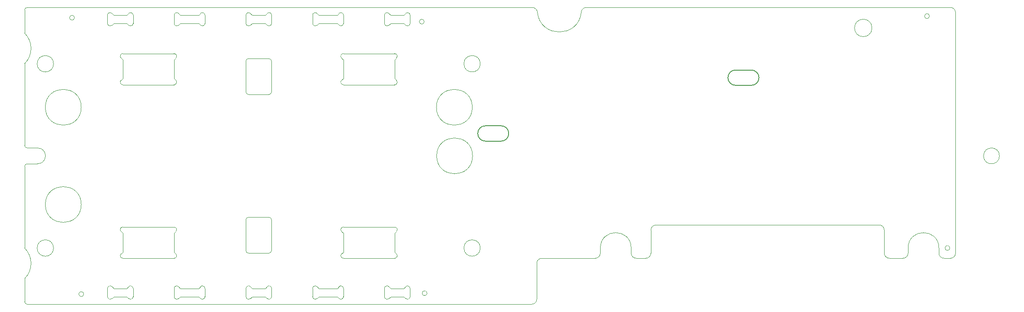
<source format=gm1>
G04 #@! TF.GenerationSoftware,KiCad,Pcbnew,(7.0.0-122-g9f10c142c4)*
G04 #@! TF.CreationDate,2023-02-26T11:30:32+09:00*
G04 #@! TF.ProjectId,qLAMP-main,714c414d-502d-46d6-9169-6e2e6b696361,rev?*
G04 #@! TF.SameCoordinates,Original*
G04 #@! TF.FileFunction,Profile,NP*
%FSLAX46Y46*%
G04 Gerber Fmt 4.6, Leading zero omitted, Abs format (unit mm)*
G04 Created by KiCad (PCBNEW (7.0.0-122-g9f10c142c4)) date 2023-02-26 11:30:32*
%MOMM*%
%LPD*%
G01*
G04 APERTURE LIST*
G04 #@! TA.AperFunction,Profile*
%ADD10C,0.100000*%
G04 #@! TD*
G04 #@! TA.AperFunction,Profile*
%ADD11C,0.200000*%
G04 #@! TD*
G04 APERTURE END LIST*
D10*
X111357157Y-87898251D02*
X111003604Y-87544698D01*
X96150050Y-36101749D02*
X96150050Y-34501749D01*
X247500000Y-33000000D02*
X176521404Y-33000000D01*
X110150101Y-36101750D02*
G75*
G03*
X111003604Y-36455302I499999J50D01*
G01*
X110150050Y-36101749D02*
X110150050Y-34501749D01*
X87296497Y-87544698D02*
X86942944Y-87898251D01*
X88150050Y-36101749D02*
X88150050Y-34501749D01*
X96150000Y-89498251D02*
G75*
G03*
X97003603Y-89851804I500000J-49D01*
G01*
X138357157Y-34501749D02*
X140942944Y-34501749D01*
X78035996Y-52499993D02*
G75*
G03*
X78035996Y-52499993I-3500001J0D01*
G01*
X124357157Y-34501749D02*
X127942944Y-34501749D01*
X72636000Y-44000000D02*
G75*
G03*
X72636000Y-44000000I-1600000J0D01*
G01*
X179245124Y-81000000D02*
X179245124Y-79999126D01*
X115150050Y-89498251D02*
X115150050Y-87898251D01*
D11*
X208640000Y-45220000D02*
X205640000Y-45220000D01*
D10*
X111003640Y-87544662D02*
G75*
G03*
X110150050Y-87898250I-353540J-353638D01*
G01*
X67000004Y-85983876D02*
G75*
G03*
X67000000Y-80014379I-2954854J2984746D01*
G01*
X88150098Y-87898251D02*
G75*
G03*
X87296498Y-87544699I-499998J51D01*
G01*
X129135050Y-81998251D02*
X139135050Y-81998251D01*
X138357157Y-87898251D02*
X138003604Y-87544698D01*
X115136000Y-74500000D02*
G75*
G03*
X114636000Y-74000000I-500000J0D01*
G01*
X113942944Y-89498251D02*
X114296497Y-89851805D01*
X140942944Y-87898251D02*
X138357157Y-87898251D01*
X234600000Y-81000000D02*
G75*
G03*
X235600000Y-82000000I1000000J0D01*
G01*
X142150098Y-87898251D02*
G75*
G03*
X141296498Y-87544699I-499998J51D01*
G01*
X139135050Y-46894642D02*
X139488604Y-47248195D01*
X128781497Y-76751805D02*
X129135050Y-77105358D01*
X128781511Y-81144712D02*
G75*
G03*
X129135050Y-81998250I353689J-353488D01*
G01*
X111003604Y-89851805D02*
X111357157Y-89498251D01*
X139488618Y-76751819D02*
G75*
G03*
X139135050Y-75898250I-353418J353619D01*
G01*
X110136000Y-49500000D02*
X110136000Y-43500000D01*
X129135050Y-75898300D02*
G75*
G03*
X128781497Y-76751804I50J-500000D01*
G01*
X239245124Y-81000000D02*
X239245124Y-79999126D01*
X235600000Y-82000000D02*
X238245124Y-82000000D01*
X96135050Y-80791145D02*
X96135050Y-77105358D01*
X245245124Y-79999126D02*
X245245124Y-81000000D01*
X96488604Y-81144698D02*
X96135050Y-80791145D01*
X139488569Y-42855268D02*
G75*
G03*
X139135050Y-42001749I-353469J353568D01*
G01*
X67000000Y-85983872D02*
X67000000Y-90500000D01*
X96488618Y-76751819D02*
G75*
G03*
X96135050Y-75898250I-353418J353619D01*
G01*
X96150050Y-87898251D02*
X96150050Y-89498251D01*
X127942944Y-36101749D02*
X124357157Y-36101749D01*
X114636000Y-81000000D02*
X110636000Y-81000000D01*
X110150000Y-89498251D02*
G75*
G03*
X111003603Y-89851804I500000J-49D01*
G01*
X97357157Y-87898251D02*
X97003604Y-87544698D01*
X110136000Y-80500000D02*
G75*
G03*
X110636000Y-81000000I500000J0D01*
G01*
X140942944Y-36101749D02*
X138357157Y-36101749D01*
X139135050Y-42001749D02*
X129135050Y-42001749D01*
X110636000Y-74000000D02*
G75*
G03*
X110136000Y-74500000I0J-500000D01*
G01*
X85781497Y-76751805D02*
X86135050Y-77105358D01*
X141296511Y-36455288D02*
G75*
G03*
X142150050Y-36101749I353489J353688D01*
G01*
X139135050Y-80791145D02*
X139135050Y-77105358D01*
X123150050Y-36101749D02*
X123150050Y-34501749D01*
X86942944Y-34501749D02*
X84357157Y-34501749D01*
X85781483Y-47248182D02*
G75*
G03*
X86135050Y-48101749I353417J-353618D01*
G01*
X248500000Y-34000000D02*
G75*
G03*
X247500000Y-33000000I-1000000J0D01*
G01*
X96135050Y-75898251D02*
X86135050Y-75898251D01*
X129150050Y-89498251D02*
X129150050Y-87898251D01*
X139135050Y-75898251D02*
X129135050Y-75898251D01*
X185245124Y-79999126D02*
X185245124Y-81000000D01*
X165968845Y-33000000D02*
X67500000Y-33000000D01*
X189100000Y-81000000D02*
X189100000Y-76500000D01*
X102150050Y-89498251D02*
X102150050Y-87898251D01*
X129150050Y-34501749D02*
X129150050Y-36101749D01*
X185245100Y-81000000D02*
G75*
G03*
X186245124Y-82000000I1000000J0D01*
G01*
X115136000Y-43500000D02*
G75*
G03*
X114636000Y-43000000I-500000J0D01*
G01*
X67000004Y-43983876D02*
G75*
G03*
X67000000Y-38014379I-2954854J2984746D01*
G01*
X87296483Y-89851819D02*
G75*
G03*
X88150050Y-89498250I353617J353419D01*
G01*
X113942944Y-87898251D02*
X111357157Y-87898251D01*
X78036000Y-71500000D02*
G75*
G03*
X78036000Y-71500000I-3500000J0D01*
G01*
X124357157Y-36101749D02*
X124003604Y-36455302D01*
X96488604Y-42855302D02*
X96135050Y-43208855D01*
X186245124Y-82000000D02*
X188100000Y-82000000D01*
X84357157Y-36101749D02*
X86942944Y-36101749D01*
X72636000Y-80000000D02*
G75*
G03*
X72636000Y-80000000I-1600000J0D01*
G01*
X115150098Y-87898251D02*
G75*
G03*
X114296498Y-87544699I-499998J51D01*
G01*
X154278441Y-52500000D02*
G75*
G03*
X154278441Y-52500000I-3500000J0D01*
G01*
X83150000Y-89498251D02*
G75*
G03*
X84003603Y-89851804I500000J-49D01*
G01*
X139488604Y-81144698D02*
X139135050Y-80791145D01*
X128781497Y-47248195D02*
X129135050Y-46894642D01*
X97357157Y-34501749D02*
X100942944Y-34501749D01*
X84357157Y-87898251D02*
X84003604Y-87544698D01*
X185245124Y-79999126D02*
G75*
G03*
X179245124Y-79999126I-3000000J0D01*
G01*
X97357157Y-36101749D02*
X97003604Y-36455302D01*
X123150050Y-87898251D02*
X123150050Y-89498251D01*
X190100000Y-75500000D02*
G75*
G03*
X189100000Y-76500000I0J-1000000D01*
G01*
X127942944Y-87898251D02*
X124357157Y-87898251D01*
X69500000Y-63549074D02*
G75*
G03*
X69500000Y-60449126I0J1549974D01*
G01*
X100942944Y-87898251D02*
X97357157Y-87898251D01*
X85781497Y-47248195D02*
X86135050Y-46894642D01*
X97003604Y-89851805D02*
X97357157Y-89498251D01*
X234600000Y-76500000D02*
X234600000Y-81000000D01*
X86135050Y-43208855D02*
X85781497Y-42855302D01*
X114296497Y-87544698D02*
X113942944Y-87898251D01*
X102150050Y-34501749D02*
X102150050Y-36101749D01*
X86942944Y-87898251D02*
X84357157Y-87898251D01*
X96135050Y-46894642D02*
X96488604Y-47248195D01*
X247500000Y-82000000D02*
G75*
G03*
X248500000Y-81000000I0J1000000D01*
G01*
D11*
X205640000Y-45220000D02*
G75*
G03*
X205640000Y-48220000I-27400J-1500000D01*
G01*
D10*
X141296483Y-89851819D02*
G75*
G03*
X142150050Y-89498250I353617J353419D01*
G01*
X129150100Y-34501750D02*
G75*
G03*
X128296498Y-34148196I-500000J50D01*
G01*
D11*
X208640000Y-48220000D02*
G75*
G03*
X208640000Y-45220000I27400J1500000D01*
G01*
D10*
X137150000Y-89498251D02*
G75*
G03*
X138003603Y-89851804I500000J-49D01*
G01*
X85781511Y-81144712D02*
G75*
G03*
X86135050Y-81998250I353689J-353488D01*
G01*
X86135050Y-81998251D02*
X96135050Y-81998251D01*
X102150100Y-34501750D02*
G75*
G03*
X101296498Y-34148196I-500000J50D01*
G01*
X139135050Y-48101749D02*
X129135050Y-48101749D01*
X155836000Y-80000000D02*
G75*
G03*
X155836000Y-80000000I-1600000J0D01*
G01*
X86135050Y-75898300D02*
G75*
G03*
X85781497Y-76751804I50J-500000D01*
G01*
X110636000Y-74000000D02*
X114636000Y-74000000D01*
X167845124Y-82000024D02*
G75*
G03*
X166845124Y-83000000I-24J-999976D01*
G01*
X128781483Y-47248182D02*
G75*
G03*
X129135050Y-48101749I353417J-353618D01*
G01*
X86942944Y-89498251D02*
X87296497Y-89851805D01*
X78515000Y-89000000D02*
G75*
G03*
X78515000Y-89000000I-475000J0D01*
G01*
X101296497Y-36455302D02*
X100942944Y-36101749D01*
X248500000Y-81000000D02*
X248500000Y-34000000D01*
X123150101Y-36101750D02*
G75*
G03*
X124003604Y-36455302I499999J50D01*
G01*
X96135050Y-81998298D02*
G75*
G03*
X96488602Y-81144699I50J499998D01*
G01*
X110136000Y-49500000D02*
G75*
G03*
X110636000Y-50000000I500000J0D01*
G01*
D11*
X156862322Y-59120000D02*
X159862322Y-59120000D01*
D10*
X87296497Y-34148196D02*
X86942944Y-34501749D01*
X110136000Y-80500000D02*
X110136000Y-74500000D01*
X67500000Y-33000000D02*
G75*
G03*
X67000000Y-33500000I0J-500000D01*
G01*
X83150050Y-34501749D02*
X83150050Y-36101749D01*
X142150050Y-89498251D02*
X142150050Y-87898251D01*
X114296497Y-36455302D02*
X113942944Y-36101749D01*
X86135050Y-80791145D02*
X85781497Y-81144698D01*
X246245124Y-82000000D02*
X247500000Y-82000000D01*
X139135050Y-81998298D02*
G75*
G03*
X139488602Y-81144699I50J499998D01*
G01*
X140942944Y-89498251D02*
X141296497Y-89851805D01*
X67000000Y-64049126D02*
X67000000Y-80014379D01*
X114636000Y-81000000D02*
G75*
G03*
X115136000Y-80500000I0J500000D01*
G01*
X138357157Y-36101749D02*
X138003604Y-36455302D01*
X111003604Y-34148195D02*
X111357157Y-34501749D01*
X144900000Y-35770000D02*
G75*
G03*
X144900000Y-35770000I-475000J0D01*
G01*
X124003568Y-34148231D02*
G75*
G03*
X123150050Y-34501749I-353568J-353469D01*
G01*
X129150098Y-87898251D02*
G75*
G03*
X128296498Y-87544699I-499998J51D01*
G01*
X140942944Y-34501749D02*
X141296497Y-34148195D01*
X124003604Y-34148195D02*
X124357157Y-34501749D01*
X101296497Y-87544698D02*
X100942944Y-87898251D01*
X154330992Y-61999999D02*
G75*
G03*
X154330992Y-61999999I-3500001J0D01*
G01*
X142150050Y-34501749D02*
X142150050Y-36101749D01*
X234600000Y-76500000D02*
G75*
G03*
X233600000Y-75500000I-1000000J0D01*
G01*
X139135050Y-48101701D02*
G75*
G03*
X139488604Y-47248195I-50J500001D01*
G01*
X137150050Y-36101749D02*
X137150050Y-34501749D01*
X111357157Y-36101749D02*
X111003604Y-36455302D01*
X232200000Y-37000000D02*
G75*
G03*
X232200000Y-37000000I-1700000J0D01*
G01*
X83150002Y-36101749D02*
G75*
G03*
X84003602Y-36455301I499998J-51D01*
G01*
X124003604Y-89851805D02*
X124357157Y-89498251D01*
X84357157Y-89498251D02*
X86942944Y-89498251D01*
X97003568Y-34148231D02*
G75*
G03*
X96150050Y-34501749I-353568J-353469D01*
G01*
X115136000Y-49500000D02*
X115136000Y-43500000D01*
X113942944Y-34501749D02*
X114296497Y-34148195D01*
X67000074Y-59949126D02*
G75*
G03*
X67500000Y-60449126I500126J126D01*
G01*
X88150100Y-34501749D02*
G75*
G03*
X87296497Y-34148196I-500000J49D01*
G01*
X128296497Y-87544698D02*
X127942944Y-87898251D01*
X111003568Y-34148231D02*
G75*
G03*
X110150050Y-34501749I-353568J-353469D01*
G01*
X129135050Y-80791145D02*
X128781497Y-81144698D01*
X86135050Y-42001702D02*
G75*
G03*
X85781498Y-42855301I-50J-499998D01*
G01*
X67000000Y-33500000D02*
X67000000Y-38014379D01*
X128296497Y-36455302D02*
X127942944Y-36101749D01*
X138003604Y-34148195D02*
X138357157Y-34501749D01*
X167845124Y-82000000D02*
X178245124Y-82000000D01*
X84003604Y-36455303D02*
X84357157Y-36101749D01*
X101296483Y-89851819D02*
G75*
G03*
X102150050Y-89498250I353617J353419D01*
G01*
X76711000Y-35000000D02*
G75*
G03*
X76711000Y-35000000I-475000J0D01*
G01*
X129135050Y-77105358D02*
X129135050Y-80791145D01*
X67000000Y-43983872D02*
X67000000Y-59949126D01*
X139135050Y-77105358D02*
X139488604Y-76751805D01*
X67500000Y-60449126D02*
X69500000Y-60449126D01*
X100942944Y-89498251D02*
X101296497Y-89851805D01*
X142150100Y-34501750D02*
G75*
G03*
X141296498Y-34148196I-500000J50D01*
G01*
X111357157Y-34501749D02*
X113942944Y-34501749D01*
X129135050Y-46894642D02*
X129135050Y-43208855D01*
X178245124Y-82000024D02*
G75*
G03*
X179245124Y-81000000I-24J1000024D01*
G01*
X111357157Y-89498251D02*
X113942944Y-89498251D01*
X69500000Y-63549126D02*
X67500000Y-63549126D01*
X114296483Y-89851819D02*
G75*
G03*
X115150050Y-89498250I353617J353419D01*
G01*
X145455000Y-88830000D02*
G75*
G03*
X145455000Y-88830000I-475000J0D01*
G01*
X238245124Y-82000024D02*
G75*
G03*
X239245124Y-81000000I-24J1000024D01*
G01*
X155836000Y-44000000D02*
G75*
G03*
X155836000Y-44000000I-1600000J0D01*
G01*
X127942944Y-89498251D02*
X128296497Y-89851805D01*
X102150098Y-87898251D02*
G75*
G03*
X101296498Y-87544699I-499998J51D01*
G01*
X110150050Y-87898251D02*
X110150050Y-89498251D01*
X96135050Y-43208855D02*
X96135050Y-46894642D01*
X141296497Y-87544698D02*
X140942944Y-87898251D01*
X129135050Y-42001702D02*
G75*
G03*
X128781498Y-42855301I-50J-499998D01*
G01*
X101296511Y-36455288D02*
G75*
G03*
X102150050Y-36101749I353489J353688D01*
G01*
X124003640Y-87544662D02*
G75*
G03*
X123150050Y-87898250I-353540J-353638D01*
G01*
X115136000Y-80500000D02*
X115136000Y-74500000D01*
D11*
X159862322Y-59119999D02*
G75*
G03*
X159862322Y-56120001I27378J1499999D01*
G01*
D10*
X138003640Y-87544662D02*
G75*
G03*
X137150050Y-87898250I-353540J-353638D01*
G01*
X67000000Y-90500000D02*
G75*
G03*
X67500000Y-91000000I500100J100D01*
G01*
X100942944Y-34501749D02*
X101296497Y-34148195D01*
X166964370Y-33905495D02*
G75*
G03*
X175525878Y-33905495I4280754J406369D01*
G01*
X124357157Y-89498251D02*
X127942944Y-89498251D01*
X84357157Y-34501749D02*
X84003604Y-34148196D01*
X127942944Y-34501749D02*
X128296497Y-34148195D01*
X247390000Y-80000000D02*
G75*
G03*
X247390000Y-80000000I-475000J0D01*
G01*
X84003639Y-34148161D02*
G75*
G03*
X83150050Y-34501748I-353539J-353639D01*
G01*
X124357157Y-87898251D02*
X124003604Y-87544698D01*
X115150100Y-34501750D02*
G75*
G03*
X114296498Y-34148196I-500000J50D01*
G01*
X86942944Y-36101749D02*
X87296497Y-36455303D01*
X243400000Y-34690000D02*
G75*
G03*
X243400000Y-34690000I-475000J0D01*
G01*
X128296483Y-89851819D02*
G75*
G03*
X129150050Y-89498250I353617J353419D01*
G01*
X67500000Y-63549100D02*
G75*
G03*
X67000000Y-64049126I0J-500000D01*
G01*
X141296497Y-36455302D02*
X140942944Y-36101749D01*
X97003640Y-87544662D02*
G75*
G03*
X96150050Y-87898250I-353540J-353638D01*
G01*
X86135050Y-46894642D02*
X86135050Y-43208855D01*
X96135050Y-48101701D02*
G75*
G03*
X96488604Y-47248195I-50J500001D01*
G01*
X137150101Y-36101750D02*
G75*
G03*
X138003604Y-36455302I499999J50D01*
G01*
X97357157Y-89498251D02*
X100942944Y-89498251D01*
X139135050Y-43208855D02*
X139135050Y-46894642D01*
D11*
X205640000Y-48220000D02*
X208640000Y-48220000D01*
D10*
X67500000Y-91000000D02*
X165845124Y-91000000D01*
X138003568Y-34148231D02*
G75*
G03*
X137150050Y-34501749I-353568J-353469D01*
G01*
X138357157Y-89498251D02*
X140942944Y-89498251D01*
X257050000Y-61999126D02*
G75*
G03*
X257050000Y-61999126I-1550000J0D01*
G01*
X115150050Y-34501749D02*
X115150050Y-36101749D01*
X110636000Y-43000000D02*
G75*
G03*
X110136000Y-43500000I0J-500000D01*
G01*
X96135050Y-48101749D02*
X86135050Y-48101749D01*
X110636000Y-43000000D02*
X114636000Y-43000000D01*
X139488604Y-42855302D02*
X139135050Y-43208855D01*
X86135050Y-77105358D02*
X86135050Y-80791145D01*
X138003604Y-89851805D02*
X138357157Y-89498251D01*
X245245124Y-79999126D02*
G75*
G03*
X239245124Y-79999126I-3000000J0D01*
G01*
X176521404Y-33000002D02*
G75*
G03*
X175521404Y-33905495I-2204J-1002498D01*
G01*
D11*
X159862322Y-56120000D02*
X156862322Y-56120000D01*
D10*
X114636000Y-50000000D02*
G75*
G03*
X115136000Y-49500000I0J500000D01*
G01*
X190100000Y-75500000D02*
X233600000Y-75500000D01*
X84003604Y-89851805D02*
X84357157Y-89498251D01*
D11*
X156862322Y-56120001D02*
G75*
G03*
X156862322Y-59119999I-27422J-1499999D01*
G01*
D10*
X96488569Y-42855268D02*
G75*
G03*
X96135050Y-42001749I-353469J353568D01*
G01*
X166845124Y-90000000D02*
X166845124Y-83000000D01*
X83150050Y-87898251D02*
X83150050Y-89498251D01*
X96150101Y-36101750D02*
G75*
G03*
X97003604Y-36455302I499999J50D01*
G01*
X129135050Y-43208855D02*
X128781497Y-42855302D01*
X96135050Y-77105358D02*
X96488604Y-76751805D01*
X87296482Y-36455318D02*
G75*
G03*
X88150050Y-36101748I353618J353418D01*
G01*
X123150000Y-89498251D02*
G75*
G03*
X124003603Y-89851804I500000J-49D01*
G01*
X128296511Y-36455288D02*
G75*
G03*
X129150050Y-36101749I353489J353688D01*
G01*
X114636000Y-50000000D02*
X110636000Y-50000000D01*
X245245100Y-81000000D02*
G75*
G03*
X246245124Y-82000000I1000000J0D01*
G01*
X86135050Y-42001749D02*
X96135050Y-42001749D01*
X188100000Y-82000000D02*
G75*
G03*
X189100000Y-81000000I0J1000000D01*
G01*
X100942944Y-36101749D02*
X97357157Y-36101749D01*
X97003604Y-34148195D02*
X97357157Y-34501749D01*
X84003640Y-87544662D02*
G75*
G03*
X83150050Y-87898250I-353540J-353638D01*
G01*
X166964415Y-33905491D02*
G75*
G03*
X165968845Y-33000000I-995615J-94609D01*
G01*
X165845124Y-91000024D02*
G75*
G03*
X166845124Y-90000000I-24J1000024D01*
G01*
X114296511Y-36455288D02*
G75*
G03*
X115150050Y-36101749I353489J353688D01*
G01*
X88150050Y-89498251D02*
X88150050Y-87898251D01*
X113942944Y-36101749D02*
X111357157Y-36101749D01*
X137150050Y-87898251D02*
X137150050Y-89498251D01*
M02*

</source>
